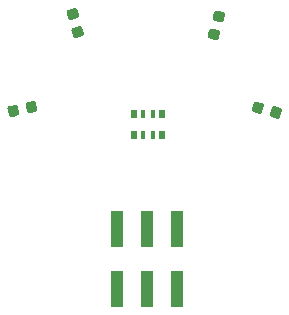
<source format=gbr>
G04 #@! TF.GenerationSoftware,KiCad,Pcbnew,5.1.2*
G04 #@! TF.CreationDate,2019-07-09T10:36:40-05:00*
G04 #@! TF.ProjectId,ZoraSapphire,5a6f7261-5361-4707-9068-6972652e6b69,rev?*
G04 #@! TF.SameCoordinates,Original*
G04 #@! TF.FileFunction,Paste,Bot*
G04 #@! TF.FilePolarity,Positive*
%FSLAX46Y46*%
G04 Gerber Fmt 4.6, Leading zero omitted, Abs format (unit mm)*
G04 Created by KiCad (PCBNEW 5.1.2) date 2019-07-09 10:36:40*
%MOMM*%
%LPD*%
G04 APERTURE LIST*
%ADD10C,0.100000*%
%ADD11C,0.875000*%
%ADD12R,1.000000X3.150000*%
%ADD13R,0.500000X0.800000*%
%ADD14R,0.400000X0.800000*%
G04 APERTURE END LIST*
D10*
G36*
X140863455Y-95216388D02*
G01*
X140884729Y-95219260D01*
X140905619Y-95224203D01*
X140925925Y-95231170D01*
X140945449Y-95240094D01*
X140964005Y-95250888D01*
X140981413Y-95263449D01*
X140997507Y-95277656D01*
X141012130Y-95293372D01*
X141025143Y-95310446D01*
X141036419Y-95328713D01*
X141045851Y-95347997D01*
X141053347Y-95368113D01*
X141058835Y-95388866D01*
X141165390Y-95890167D01*
X141168817Y-95911359D01*
X141170151Y-95932785D01*
X141169379Y-95954238D01*
X141166507Y-95975512D01*
X141161564Y-95996402D01*
X141154597Y-96016707D01*
X141145674Y-96036232D01*
X141134879Y-96054788D01*
X141122318Y-96072196D01*
X141108111Y-96088290D01*
X141092395Y-96102913D01*
X141075321Y-96115926D01*
X141057055Y-96127202D01*
X141037770Y-96136634D01*
X141017654Y-96144130D01*
X140996901Y-96149618D01*
X140568962Y-96240579D01*
X140547770Y-96244006D01*
X140526344Y-96245340D01*
X140504891Y-96244568D01*
X140483617Y-96241696D01*
X140462727Y-96236753D01*
X140442421Y-96229786D01*
X140422897Y-96220862D01*
X140404341Y-96210068D01*
X140386933Y-96197507D01*
X140370839Y-96183300D01*
X140356216Y-96167584D01*
X140343203Y-96150510D01*
X140331927Y-96132243D01*
X140322495Y-96112959D01*
X140314999Y-96092843D01*
X140309511Y-96072090D01*
X140202956Y-95570789D01*
X140199529Y-95549597D01*
X140198195Y-95528171D01*
X140198967Y-95506718D01*
X140201839Y-95485444D01*
X140206782Y-95464554D01*
X140213749Y-95444249D01*
X140222672Y-95424724D01*
X140233467Y-95406168D01*
X140246028Y-95388760D01*
X140260235Y-95372666D01*
X140275951Y-95358043D01*
X140293025Y-95345030D01*
X140311291Y-95333754D01*
X140330576Y-95324322D01*
X140350692Y-95316826D01*
X140371445Y-95311338D01*
X140799384Y-95220377D01*
X140820576Y-95216950D01*
X140842002Y-95215616D01*
X140863455Y-95216388D01*
X140863455Y-95216388D01*
G37*
D11*
X140684173Y-95730478D03*
D10*
G36*
X142404037Y-94888928D02*
G01*
X142425311Y-94891800D01*
X142446201Y-94896743D01*
X142466507Y-94903710D01*
X142486031Y-94912634D01*
X142504587Y-94923428D01*
X142521995Y-94935989D01*
X142538089Y-94950196D01*
X142552712Y-94965912D01*
X142565725Y-94982986D01*
X142577001Y-95001253D01*
X142586433Y-95020537D01*
X142593929Y-95040653D01*
X142599417Y-95061406D01*
X142705972Y-95562707D01*
X142709399Y-95583899D01*
X142710733Y-95605325D01*
X142709961Y-95626778D01*
X142707089Y-95648052D01*
X142702146Y-95668942D01*
X142695179Y-95689247D01*
X142686256Y-95708772D01*
X142675461Y-95727328D01*
X142662900Y-95744736D01*
X142648693Y-95760830D01*
X142632977Y-95775453D01*
X142615903Y-95788466D01*
X142597637Y-95799742D01*
X142578352Y-95809174D01*
X142558236Y-95816670D01*
X142537483Y-95822158D01*
X142109544Y-95913119D01*
X142088352Y-95916546D01*
X142066926Y-95917880D01*
X142045473Y-95917108D01*
X142024199Y-95914236D01*
X142003309Y-95909293D01*
X141983003Y-95902326D01*
X141963479Y-95893402D01*
X141944923Y-95882608D01*
X141927515Y-95870047D01*
X141911421Y-95855840D01*
X141896798Y-95840124D01*
X141883785Y-95823050D01*
X141872509Y-95804783D01*
X141863077Y-95785499D01*
X141855581Y-95765383D01*
X141850093Y-95744630D01*
X141743538Y-95243329D01*
X141740111Y-95222137D01*
X141738777Y-95200711D01*
X141739549Y-95179258D01*
X141742421Y-95157984D01*
X141747364Y-95137094D01*
X141754331Y-95116789D01*
X141763254Y-95097264D01*
X141774049Y-95078708D01*
X141786610Y-95061300D01*
X141800817Y-95045206D01*
X141816533Y-95030583D01*
X141833607Y-95017570D01*
X141851873Y-95006294D01*
X141871158Y-94996862D01*
X141891274Y-94989366D01*
X141912027Y-94983878D01*
X142339966Y-94892917D01*
X142361158Y-94889490D01*
X142382584Y-94888156D01*
X142404037Y-94888928D01*
X142404037Y-94888928D01*
G37*
D11*
X142224755Y-95403018D03*
D10*
G36*
X146359455Y-88575502D02*
G01*
X146380575Y-88579345D01*
X146401217Y-88585240D01*
X146421182Y-88593129D01*
X146440277Y-88602938D01*
X146458319Y-88614571D01*
X146475134Y-88627916D01*
X146490560Y-88642845D01*
X146504448Y-88659214D01*
X146516665Y-88676866D01*
X146527093Y-88695630D01*
X146535631Y-88715326D01*
X146542198Y-88735765D01*
X146655431Y-89158358D01*
X146659963Y-89179341D01*
X146662417Y-89200667D01*
X146662768Y-89222132D01*
X146661014Y-89243527D01*
X146657171Y-89264647D01*
X146651276Y-89285289D01*
X146643386Y-89305254D01*
X146633578Y-89324349D01*
X146621945Y-89342391D01*
X146608600Y-89359206D01*
X146593671Y-89374632D01*
X146577301Y-89388520D01*
X146559650Y-89400737D01*
X146540885Y-89411165D01*
X146521189Y-89419703D01*
X146500752Y-89426270D01*
X146005715Y-89558915D01*
X145984731Y-89563447D01*
X145963405Y-89565901D01*
X145941941Y-89566252D01*
X145920545Y-89564498D01*
X145899425Y-89560655D01*
X145878783Y-89554760D01*
X145858818Y-89546871D01*
X145839723Y-89537062D01*
X145821681Y-89525429D01*
X145804866Y-89512084D01*
X145789440Y-89497155D01*
X145775552Y-89480786D01*
X145763335Y-89463134D01*
X145752907Y-89444370D01*
X145744369Y-89424674D01*
X145737802Y-89404235D01*
X145624569Y-88981642D01*
X145620037Y-88960659D01*
X145617583Y-88939333D01*
X145617232Y-88917868D01*
X145618986Y-88896473D01*
X145622829Y-88875353D01*
X145628724Y-88854711D01*
X145636614Y-88834746D01*
X145646422Y-88815651D01*
X145658055Y-88797609D01*
X145671400Y-88780794D01*
X145686329Y-88765368D01*
X145702699Y-88751480D01*
X145720350Y-88739263D01*
X145739115Y-88728835D01*
X145758811Y-88720297D01*
X145779248Y-88713730D01*
X146274285Y-88581085D01*
X146295269Y-88576553D01*
X146316595Y-88574099D01*
X146338059Y-88573748D01*
X146359455Y-88575502D01*
X146359455Y-88575502D01*
G37*
D11*
X146140000Y-89070000D03*
D10*
G36*
X145951815Y-87054168D02*
G01*
X145972935Y-87058011D01*
X145993577Y-87063906D01*
X146013542Y-87071795D01*
X146032637Y-87081604D01*
X146050679Y-87093237D01*
X146067494Y-87106582D01*
X146082920Y-87121511D01*
X146096808Y-87137880D01*
X146109025Y-87155532D01*
X146119453Y-87174296D01*
X146127991Y-87193992D01*
X146134558Y-87214431D01*
X146247791Y-87637024D01*
X146252323Y-87658007D01*
X146254777Y-87679333D01*
X146255128Y-87700798D01*
X146253374Y-87722193D01*
X146249531Y-87743313D01*
X146243636Y-87763955D01*
X146235746Y-87783920D01*
X146225938Y-87803015D01*
X146214305Y-87821057D01*
X146200960Y-87837872D01*
X146186031Y-87853298D01*
X146169661Y-87867186D01*
X146152010Y-87879403D01*
X146133245Y-87889831D01*
X146113549Y-87898369D01*
X146093112Y-87904936D01*
X145598075Y-88037581D01*
X145577091Y-88042113D01*
X145555765Y-88044567D01*
X145534301Y-88044918D01*
X145512905Y-88043164D01*
X145491785Y-88039321D01*
X145471143Y-88033426D01*
X145451178Y-88025537D01*
X145432083Y-88015728D01*
X145414041Y-88004095D01*
X145397226Y-87990750D01*
X145381800Y-87975821D01*
X145367912Y-87959452D01*
X145355695Y-87941800D01*
X145345267Y-87923036D01*
X145336729Y-87903340D01*
X145330162Y-87882901D01*
X145216929Y-87460308D01*
X145212397Y-87439325D01*
X145209943Y-87417999D01*
X145209592Y-87396534D01*
X145211346Y-87375139D01*
X145215189Y-87354019D01*
X145221084Y-87333377D01*
X145228974Y-87313412D01*
X145238782Y-87294317D01*
X145250415Y-87276275D01*
X145263760Y-87259460D01*
X145278689Y-87244034D01*
X145295059Y-87230146D01*
X145312710Y-87217929D01*
X145331475Y-87207501D01*
X145351171Y-87198963D01*
X145371608Y-87192396D01*
X145866645Y-87059751D01*
X145887629Y-87055219D01*
X145908955Y-87052765D01*
X145930419Y-87052414D01*
X145951815Y-87054168D01*
X145951815Y-87054168D01*
G37*
D11*
X145732360Y-87548666D03*
D10*
G36*
X157513405Y-88774099D02*
G01*
X157534731Y-88776553D01*
X157555715Y-88781085D01*
X158050752Y-88913730D01*
X158071190Y-88920297D01*
X158090886Y-88928835D01*
X158109650Y-88939263D01*
X158127302Y-88951480D01*
X158143671Y-88965368D01*
X158158600Y-88980794D01*
X158171945Y-88997609D01*
X158183578Y-89015651D01*
X158193387Y-89034746D01*
X158201276Y-89054711D01*
X158207171Y-89075353D01*
X158211014Y-89096473D01*
X158212768Y-89117869D01*
X158212417Y-89139333D01*
X158209963Y-89160659D01*
X158205431Y-89181642D01*
X158092198Y-89604235D01*
X158085631Y-89624673D01*
X158077093Y-89644369D01*
X158066665Y-89663134D01*
X158054448Y-89680785D01*
X158040560Y-89697155D01*
X158025134Y-89712084D01*
X158008319Y-89725429D01*
X157990277Y-89737062D01*
X157971182Y-89746870D01*
X157951217Y-89754760D01*
X157930575Y-89760655D01*
X157909455Y-89764498D01*
X157888060Y-89766252D01*
X157866595Y-89765901D01*
X157845269Y-89763447D01*
X157824285Y-89758915D01*
X157329248Y-89626270D01*
X157308810Y-89619703D01*
X157289114Y-89611165D01*
X157270350Y-89600737D01*
X157252698Y-89588520D01*
X157236329Y-89574632D01*
X157221400Y-89559206D01*
X157208055Y-89542391D01*
X157196422Y-89524349D01*
X157186613Y-89505254D01*
X157178724Y-89485289D01*
X157172829Y-89464647D01*
X157168986Y-89443527D01*
X157167232Y-89422131D01*
X157167583Y-89400667D01*
X157170037Y-89379341D01*
X157174569Y-89358358D01*
X157287802Y-88935765D01*
X157294369Y-88915327D01*
X157302907Y-88895631D01*
X157313335Y-88876866D01*
X157325552Y-88859215D01*
X157339440Y-88842845D01*
X157354866Y-88827916D01*
X157371681Y-88814571D01*
X157389723Y-88802938D01*
X157408818Y-88793130D01*
X157428783Y-88785240D01*
X157449425Y-88779345D01*
X157470545Y-88775502D01*
X157491940Y-88773748D01*
X157513405Y-88774099D01*
X157513405Y-88774099D01*
G37*
D11*
X157690000Y-89270000D03*
D10*
G36*
X157921045Y-87252765D02*
G01*
X157942371Y-87255219D01*
X157963355Y-87259751D01*
X158458392Y-87392396D01*
X158478830Y-87398963D01*
X158498526Y-87407501D01*
X158517290Y-87417929D01*
X158534942Y-87430146D01*
X158551311Y-87444034D01*
X158566240Y-87459460D01*
X158579585Y-87476275D01*
X158591218Y-87494317D01*
X158601027Y-87513412D01*
X158608916Y-87533377D01*
X158614811Y-87554019D01*
X158618654Y-87575139D01*
X158620408Y-87596535D01*
X158620057Y-87617999D01*
X158617603Y-87639325D01*
X158613071Y-87660308D01*
X158499838Y-88082901D01*
X158493271Y-88103339D01*
X158484733Y-88123035D01*
X158474305Y-88141800D01*
X158462088Y-88159451D01*
X158448200Y-88175821D01*
X158432774Y-88190750D01*
X158415959Y-88204095D01*
X158397917Y-88215728D01*
X158378822Y-88225536D01*
X158358857Y-88233426D01*
X158338215Y-88239321D01*
X158317095Y-88243164D01*
X158295700Y-88244918D01*
X158274235Y-88244567D01*
X158252909Y-88242113D01*
X158231925Y-88237581D01*
X157736888Y-88104936D01*
X157716450Y-88098369D01*
X157696754Y-88089831D01*
X157677990Y-88079403D01*
X157660338Y-88067186D01*
X157643969Y-88053298D01*
X157629040Y-88037872D01*
X157615695Y-88021057D01*
X157604062Y-88003015D01*
X157594253Y-87983920D01*
X157586364Y-87963955D01*
X157580469Y-87943313D01*
X157576626Y-87922193D01*
X157574872Y-87900797D01*
X157575223Y-87879333D01*
X157577677Y-87858007D01*
X157582209Y-87837024D01*
X157695442Y-87414431D01*
X157702009Y-87393993D01*
X157710547Y-87374297D01*
X157720975Y-87355532D01*
X157733192Y-87337881D01*
X157747080Y-87321511D01*
X157762506Y-87306582D01*
X157779321Y-87293237D01*
X157797363Y-87281604D01*
X157816458Y-87271796D01*
X157836423Y-87263906D01*
X157857065Y-87258011D01*
X157878185Y-87254168D01*
X157899580Y-87252414D01*
X157921045Y-87252765D01*
X157921045Y-87252765D01*
G37*
D11*
X158097640Y-87748666D03*
D10*
G36*
X162790000Y-95361403D02*
G01*
X162811326Y-95363857D01*
X162832309Y-95368389D01*
X163254902Y-95481622D01*
X163275340Y-95488189D01*
X163295036Y-95496727D01*
X163313801Y-95507155D01*
X163331452Y-95519372D01*
X163347822Y-95533260D01*
X163362751Y-95548686D01*
X163376096Y-95565501D01*
X163387729Y-95583543D01*
X163397537Y-95602638D01*
X163405427Y-95622603D01*
X163411322Y-95643245D01*
X163415165Y-95664365D01*
X163416919Y-95685760D01*
X163416568Y-95707225D01*
X163414114Y-95728551D01*
X163409582Y-95749535D01*
X163276937Y-96244572D01*
X163270370Y-96265010D01*
X163261832Y-96284706D01*
X163251404Y-96303470D01*
X163239187Y-96321122D01*
X163225299Y-96337491D01*
X163209873Y-96352420D01*
X163193058Y-96365765D01*
X163175016Y-96377398D01*
X163155921Y-96387207D01*
X163135956Y-96395096D01*
X163115314Y-96400991D01*
X163094194Y-96404834D01*
X163072798Y-96406588D01*
X163051334Y-96406237D01*
X163030008Y-96403783D01*
X163009025Y-96399251D01*
X162586432Y-96286018D01*
X162565994Y-96279451D01*
X162546298Y-96270913D01*
X162527533Y-96260485D01*
X162509882Y-96248268D01*
X162493512Y-96234380D01*
X162478583Y-96218954D01*
X162465238Y-96202139D01*
X162453605Y-96184097D01*
X162443797Y-96165002D01*
X162435907Y-96145037D01*
X162430012Y-96124395D01*
X162426169Y-96103275D01*
X162424415Y-96081880D01*
X162424766Y-96060415D01*
X162427220Y-96039089D01*
X162431752Y-96018105D01*
X162564397Y-95523068D01*
X162570964Y-95502630D01*
X162579502Y-95482934D01*
X162589930Y-95464170D01*
X162602147Y-95446518D01*
X162616035Y-95430149D01*
X162631461Y-95415220D01*
X162648276Y-95401875D01*
X162666318Y-95390242D01*
X162685413Y-95380433D01*
X162705378Y-95372544D01*
X162726020Y-95366649D01*
X162747140Y-95362806D01*
X162768536Y-95361052D01*
X162790000Y-95361403D01*
X162790000Y-95361403D01*
G37*
D11*
X162920667Y-95883820D03*
D10*
G36*
X161268666Y-94953763D02*
G01*
X161289992Y-94956217D01*
X161310975Y-94960749D01*
X161733568Y-95073982D01*
X161754006Y-95080549D01*
X161773702Y-95089087D01*
X161792467Y-95099515D01*
X161810118Y-95111732D01*
X161826488Y-95125620D01*
X161841417Y-95141046D01*
X161854762Y-95157861D01*
X161866395Y-95175903D01*
X161876203Y-95194998D01*
X161884093Y-95214963D01*
X161889988Y-95235605D01*
X161893831Y-95256725D01*
X161895585Y-95278120D01*
X161895234Y-95299585D01*
X161892780Y-95320911D01*
X161888248Y-95341895D01*
X161755603Y-95836932D01*
X161749036Y-95857370D01*
X161740498Y-95877066D01*
X161730070Y-95895830D01*
X161717853Y-95913482D01*
X161703965Y-95929851D01*
X161688539Y-95944780D01*
X161671724Y-95958125D01*
X161653682Y-95969758D01*
X161634587Y-95979567D01*
X161614622Y-95987456D01*
X161593980Y-95993351D01*
X161572860Y-95997194D01*
X161551464Y-95998948D01*
X161530000Y-95998597D01*
X161508674Y-95996143D01*
X161487691Y-95991611D01*
X161065098Y-95878378D01*
X161044660Y-95871811D01*
X161024964Y-95863273D01*
X161006199Y-95852845D01*
X160988548Y-95840628D01*
X160972178Y-95826740D01*
X160957249Y-95811314D01*
X160943904Y-95794499D01*
X160932271Y-95776457D01*
X160922463Y-95757362D01*
X160914573Y-95737397D01*
X160908678Y-95716755D01*
X160904835Y-95695635D01*
X160903081Y-95674240D01*
X160903432Y-95652775D01*
X160905886Y-95631449D01*
X160910418Y-95610465D01*
X161043063Y-95115428D01*
X161049630Y-95094990D01*
X161058168Y-95075294D01*
X161068596Y-95056530D01*
X161080813Y-95038878D01*
X161094701Y-95022509D01*
X161110127Y-95007580D01*
X161126942Y-94994235D01*
X161144984Y-94982602D01*
X161164079Y-94972793D01*
X161184044Y-94964904D01*
X161204686Y-94959009D01*
X161225806Y-94955166D01*
X161247202Y-94953412D01*
X161268666Y-94953763D01*
X161268666Y-94953763D01*
G37*
D11*
X161399333Y-95476180D03*
D12*
X149430000Y-105770000D03*
X149430000Y-110820000D03*
X151970000Y-105770000D03*
X151970000Y-110820000D03*
X154510000Y-105770000D03*
X154510000Y-110820000D03*
D13*
X150880000Y-96000000D03*
D14*
X152480000Y-96000000D03*
X151680000Y-96000000D03*
D13*
X153280000Y-96000000D03*
D14*
X151680000Y-97800000D03*
D13*
X150880000Y-97800000D03*
D14*
X152480000Y-97800000D03*
D13*
X153280000Y-97800000D03*
M02*

</source>
